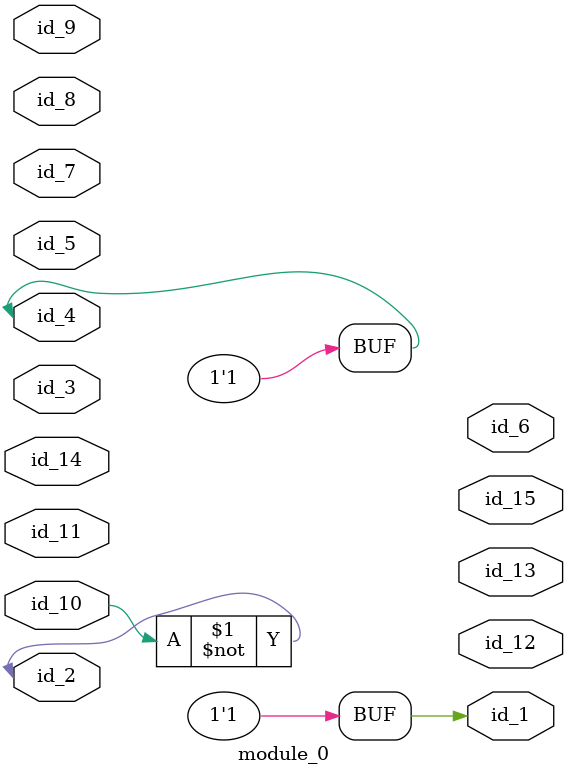
<source format=v>
module module_0 (
    id_1,
    id_2,
    id_3,
    id_4,
    id_5,
    id_6,
    id_7,
    id_8,
    id_9,
    id_10,
    id_11,
    id_12,
    id_13,
    id_14,
    id_15
);
  output id_15;
  inout id_14;
  output id_13;
  output id_12;
  input id_11;
  inout id_10;
  input id_9;
  input id_8;
  inout id_7;
  output id_6;
  inout id_5;
  inout id_4;
  inout id_3;
  inout id_2;
  output id_1;
  assign id_1 = id_4;
  assign id_2 = ~id_10;
  assign id_4 = 1;
endmodule

</source>
